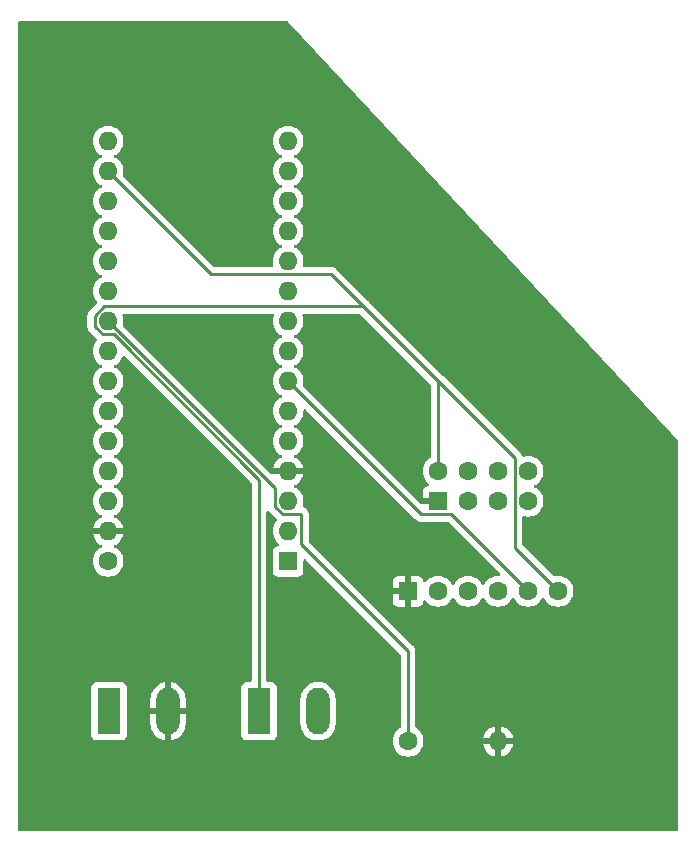
<source format=gbr>
%TF.GenerationSoftware,KiCad,Pcbnew,7.0.11-7.0.11~ubuntu20.04.1*%
%TF.CreationDate,2025-07-14T15:36:25-04:00*%
%TF.ProjectId,spike_PCB,7370696b-655f-4504-9342-2e6b69636164,0*%
%TF.SameCoordinates,Original*%
%TF.FileFunction,Copper,L2,Bot*%
%TF.FilePolarity,Positive*%
%FSLAX46Y46*%
G04 Gerber Fmt 4.6, Leading zero omitted, Abs format (unit mm)*
G04 Created by KiCad (PCBNEW 7.0.11-7.0.11~ubuntu20.04.1) date 2025-07-14 15:36:25*
%MOMM*%
%LPD*%
G01*
G04 APERTURE LIST*
%TA.AperFunction,ComponentPad*%
%ADD10C,1.600000*%
%TD*%
%TA.AperFunction,ComponentPad*%
%ADD11R,1.600000X1.600000*%
%TD*%
%TA.AperFunction,ComponentPad*%
%ADD12O,1.600000X1.600000*%
%TD*%
%TA.AperFunction,ComponentPad*%
%ADD13R,1.980000X3.960000*%
%TD*%
%TA.AperFunction,ComponentPad*%
%ADD14O,1.980000X3.960000*%
%TD*%
%TA.AperFunction,Conductor*%
%ADD15C,0.250000*%
%TD*%
G04 APERTURE END LIST*
D10*
%TO.P,SD_CARD1,1,3V3*%
%TO.N,Net-(A1-3V3)*%
X259080000Y-175260000D03*
%TO.P,SD_CARD1,2,SD_CS*%
%TO.N,Net-(A1-D4)*%
X256540000Y-175260000D03*
%TO.P,SD_CARD1,3,MOSI*%
%TO.N,Net-(A1-MOSI)*%
X254000000Y-175260000D03*
%TO.P,SD_CARD1,4,CLK*%
%TO.N,Net-(A1-SCK)*%
X251460000Y-175260000D03*
%TO.P,SD_CARD1,5,MISO*%
%TO.N,Net-(A1-MISO)*%
X248920000Y-175260000D03*
D11*
%TO.P,SD_CARD1,6,GND*%
%TO.N,GND*%
X246380000Y-175260000D03*
%TD*%
%TO.P,A1,1,TX1*%
%TO.N,unconnected-(A1-TX1-Pad1)*%
X236220000Y-172720000D03*
D12*
%TO.P,A1,2,RX1*%
%TO.N,unconnected-(A1-RX1-Pad2)*%
X236220000Y-170180000D03*
%TO.P,A1,3,~{RESET}*%
%TO.N,unconnected-(A1-~{RESET}-Pad3)*%
X236220000Y-167640000D03*
%TO.P,A1,4,GND*%
%TO.N,GND*%
X236220000Y-165100000D03*
%TO.P,A1,5,D2*%
%TO.N,unconnected-(A1-D2-Pad5)*%
X236220000Y-162560000D03*
%TO.P,A1,6,D3*%
%TO.N,unconnected-(A1-D3-Pad6)*%
X236220000Y-160020000D03*
%TO.P,A1,7,D4*%
%TO.N,Net-(A1-D4)*%
X236220000Y-157480000D03*
%TO.P,A1,8,D5*%
%TO.N,unconnected-(A1-D5-Pad8)*%
X236220000Y-154940000D03*
%TO.P,A1,9,D6*%
%TO.N,unconnected-(A1-D6-Pad9)*%
X236220000Y-152400000D03*
%TO.P,A1,10,D7*%
%TO.N,unconnected-(A1-D7-Pad10)*%
X236220000Y-149860000D03*
%TO.P,A1,11,D8*%
%TO.N,unconnected-(A1-D8-Pad11)*%
X236220000Y-147320000D03*
%TO.P,A1,12,D9*%
%TO.N,Net-(A1-D9)*%
X236220000Y-144780000D03*
%TO.P,A1,13,D10*%
%TO.N,Net-(A1-D10)*%
X236220000Y-142240000D03*
%TO.P,A1,14,MOSI*%
%TO.N,Net-(A1-MOSI)*%
X236220000Y-139700000D03*
%TO.P,A1,15,MISO*%
%TO.N,Net-(A1-MISO)*%
X236220000Y-137160000D03*
%TO.P,A1,16,SCK*%
%TO.N,Net-(A1-SCK)*%
X220980000Y-137160000D03*
%TO.P,A1,17,3V3*%
%TO.N,Net-(A1-3V3)*%
X220980000Y-139700000D03*
%TO.P,A1,18,AREF*%
%TO.N,unconnected-(A1-AREF-Pad18)*%
X220980000Y-142240000D03*
%TO.P,A1,19,A0*%
%TO.N,unconnected-(A1-A0-Pad19)*%
X220980000Y-144780000D03*
%TO.P,A1,20,A1*%
%TO.N,unconnected-(A1-A1-Pad20)*%
X220980000Y-147320000D03*
%TO.P,A1,21,A2*%
%TO.N,unconnected-(A1-A2-Pad21)*%
X220980000Y-149860000D03*
%TO.P,A1,22,A3*%
%TO.N,Net-(A1-A3)*%
X220980000Y-152400000D03*
%TO.P,A1,23,SDA/A4*%
%TO.N,unconnected-(A1-SDA{slash}A4-Pad23)*%
X220980000Y-154940000D03*
%TO.P,A1,24,SCL/A5*%
%TO.N,unconnected-(A1-SCL{slash}A5-Pad24)*%
X220980000Y-157480000D03*
%TO.P,A1,25,A6*%
%TO.N,unconnected-(A1-A6-Pad25)*%
X220980000Y-160020000D03*
%TO.P,A1,26,A7*%
%TO.N,unconnected-(A1-A7-Pad26)*%
X220980000Y-162560000D03*
%TO.P,A1,27,+5V*%
%TO.N,unconnected-(A1-+5V-Pad27)*%
X220980000Y-165100000D03*
%TO.P,A1,28,~{RESET}*%
%TO.N,unconnected-(A1-~{RESET}-Pad28)*%
X220980000Y-167640000D03*
%TO.P,A1,29,GND*%
%TO.N,GND*%
X220980000Y-170180000D03*
D10*
%TO.P,A1,30,VIN*%
%TO.N,Net-(A1-VIN)*%
X220980000Y-172720000D03*
%TD*%
D13*
%TO.P,J1,1,Pin_1*%
%TO.N,Net-(A1-VIN)*%
X221060000Y-185420000D03*
D14*
%TO.P,J1,2,Pin_2*%
%TO.N,GND*%
X226060000Y-185420000D03*
%TD*%
D13*
%TO.P,J2,1,Pin_1*%
%TO.N,Net-(A1-3V3)*%
X233760000Y-185420000D03*
D14*
%TO.P,J2,2,Pin_2*%
%TO.N,Net-(A1-A3)*%
X238760000Y-185420000D03*
%TD*%
D10*
%TO.P,R1,1*%
%TO.N,Net-(A1-A3)*%
X246380000Y-187960000D03*
D12*
%TO.P,R1,2*%
%TO.N,GND*%
X254000000Y-187960000D03*
%TD*%
D11*
%TO.P,RF1,1,GND*%
%TO.N,GND*%
X248920000Y-167640000D03*
D10*
%TO.P,RF1,2,CE*%
%TO.N,Net-(A1-D9)*%
X251460000Y-167640000D03*
%TO.P,RF1,3,SCK*%
%TO.N,Net-(A1-SCK)*%
X254000000Y-167640000D03*
%TO.P,RF1,4,MISO*%
%TO.N,Net-(A1-MISO)*%
X256540000Y-167640000D03*
%TO.P,RF1,5,VCC*%
%TO.N,Net-(A1-3V3)*%
X248920000Y-165100000D03*
%TO.P,RF1,6,CNS*%
%TO.N,Net-(A1-D10)*%
X251460000Y-165100000D03*
%TO.P,RF1,7,MOSI*%
%TO.N,Net-(A1-MOSI)*%
X254000000Y-165100000D03*
%TO.P,RF1,8,IRQ*%
%TO.N,unconnected-(RF1-IRQ-Pad8)*%
X256540000Y-165100000D03*
%TD*%
D15*
%TO.N,Net-(A1-A3)*%
X237345000Y-171305000D02*
X246380000Y-180340000D01*
X246380000Y-180340000D02*
X246380000Y-187960000D01*
%TO.N,Net-(A1-D4)*%
X247505000Y-168765000D02*
X236220000Y-157480000D01*
X256540000Y-175260000D02*
X250045000Y-168765000D01*
X250045000Y-168765000D02*
X247505000Y-168765000D01*
%TO.N,Net-(A1-3V3)*%
X239885000Y-148445000D02*
X229725000Y-148445000D01*
X219855000Y-152865991D02*
X219855000Y-151934009D01*
X259080000Y-175260000D02*
X255415000Y-171595000D01*
X242570000Y-151130000D02*
X239885000Y-148445000D01*
X233760000Y-185420000D02*
X233760000Y-165839009D01*
X221445991Y-153525000D02*
X220514009Y-153525000D01*
X229725000Y-148445000D02*
X220980000Y-139700000D01*
X220514009Y-153525000D02*
X219855000Y-152865991D01*
X220659009Y-151130000D02*
X242570000Y-151130000D01*
X233760000Y-165839009D02*
X221445991Y-153525000D01*
X219855000Y-151934009D02*
X220659009Y-151130000D01*
X255415000Y-171595000D02*
X255415000Y-163975000D01*
X248920000Y-157480000D02*
X242570000Y-151130000D01*
X255415000Y-163975000D02*
X248920000Y-157480000D01*
X248920000Y-165100000D02*
X248920000Y-157480000D01*
%TO.N,Net-(A1-A3)*%
X237345000Y-171305000D02*
X237345000Y-168765000D01*
X237345000Y-168765000D02*
X235754009Y-168765000D01*
X235095000Y-166515000D02*
X220980000Y-152400000D01*
X235095000Y-168105991D02*
X235095000Y-166515000D01*
X235754009Y-168765000D02*
X235095000Y-168105991D01*
%TD*%
%TA.AperFunction,Conductor*%
%TO.N,GND*%
G36*
X242326587Y-151775185D02*
G01*
X242347229Y-151791819D01*
X248258181Y-157702771D01*
X248291666Y-157764094D01*
X248294500Y-157790452D01*
X248294500Y-163885811D01*
X248274815Y-163952850D01*
X248241623Y-163987386D01*
X248080859Y-164099953D01*
X247919954Y-164260858D01*
X247789432Y-164447265D01*
X247789431Y-164447267D01*
X247693261Y-164653502D01*
X247693258Y-164653511D01*
X247634366Y-164873302D01*
X247634364Y-164873313D01*
X247614532Y-165099998D01*
X247614532Y-165100001D01*
X247634364Y-165326686D01*
X247634366Y-165326697D01*
X247693258Y-165546488D01*
X247693261Y-165546497D01*
X247789431Y-165752732D01*
X247789432Y-165752734D01*
X247919954Y-165939141D01*
X248080858Y-166100045D01*
X248106086Y-166117710D01*
X248149711Y-166172287D01*
X248156905Y-166241785D01*
X248125382Y-166304140D01*
X248065153Y-166339554D01*
X248048221Y-166342574D01*
X248012626Y-166346401D01*
X248012620Y-166346403D01*
X247877913Y-166396645D01*
X247877906Y-166396649D01*
X247762812Y-166482809D01*
X247762809Y-166482812D01*
X247676649Y-166597906D01*
X247676645Y-166597913D01*
X247626403Y-166732620D01*
X247626401Y-166732627D01*
X247620000Y-166792155D01*
X247620000Y-167390000D01*
X248486314Y-167390000D01*
X248460507Y-167430156D01*
X248420000Y-167568111D01*
X248420000Y-167711889D01*
X248460507Y-167849844D01*
X248486314Y-167890000D01*
X247568638Y-167890000D01*
X247568638Y-167886722D01*
X247523918Y-167883508D01*
X247479614Y-167855023D01*
X237519413Y-157894822D01*
X237485928Y-157833499D01*
X237487319Y-157775048D01*
X237490254Y-157764094D01*
X237505635Y-157706692D01*
X237525468Y-157480000D01*
X237505635Y-157253308D01*
X237460916Y-157086415D01*
X237446741Y-157033511D01*
X237446738Y-157033502D01*
X237350568Y-156827266D01*
X237220047Y-156640861D01*
X237220045Y-156640858D01*
X237059141Y-156479954D01*
X236872734Y-156349432D01*
X236872728Y-156349429D01*
X236814725Y-156322382D01*
X236762285Y-156276210D01*
X236743133Y-156209017D01*
X236763348Y-156142135D01*
X236814725Y-156097618D01*
X236872734Y-156070568D01*
X237059139Y-155940047D01*
X237220047Y-155779139D01*
X237350568Y-155592734D01*
X237446739Y-155386496D01*
X237505635Y-155166692D01*
X237525468Y-154940000D01*
X237505635Y-154713308D01*
X237446739Y-154493504D01*
X237350568Y-154287266D01*
X237220047Y-154100861D01*
X237220045Y-154100858D01*
X237059141Y-153939954D01*
X236872734Y-153809432D01*
X236872728Y-153809429D01*
X236814725Y-153782382D01*
X236762285Y-153736210D01*
X236743133Y-153669017D01*
X236763348Y-153602135D01*
X236814725Y-153557618D01*
X236872734Y-153530568D01*
X237059139Y-153400047D01*
X237220047Y-153239139D01*
X237350568Y-153052734D01*
X237446739Y-152846496D01*
X237505635Y-152626692D01*
X237525468Y-152400000D01*
X237505635Y-152173308D01*
X237460916Y-152006415D01*
X237446741Y-151953511D01*
X237446740Y-151953510D01*
X237446739Y-151953504D01*
X237436666Y-151931904D01*
X237426175Y-151862827D01*
X237454695Y-151799043D01*
X237513171Y-151760804D01*
X237549049Y-151755500D01*
X242259548Y-151755500D01*
X242326587Y-151775185D01*
G37*
%TD.AperFunction*%
%TA.AperFunction,Conductor*%
G36*
X234957990Y-151775185D02*
G01*
X235003745Y-151827989D01*
X235013689Y-151897147D01*
X235003333Y-151931905D01*
X234993262Y-151953502D01*
X234993258Y-151953511D01*
X234934366Y-152173302D01*
X234934364Y-152173313D01*
X234914532Y-152399998D01*
X234914532Y-152400001D01*
X234934364Y-152626686D01*
X234934366Y-152626697D01*
X234993258Y-152846488D01*
X234993261Y-152846497D01*
X235089431Y-153052732D01*
X235089432Y-153052734D01*
X235219954Y-153239141D01*
X235380858Y-153400045D01*
X235380861Y-153400047D01*
X235567266Y-153530568D01*
X235625275Y-153557618D01*
X235677714Y-153603791D01*
X235696866Y-153670984D01*
X235676650Y-153737865D01*
X235625275Y-153782382D01*
X235567267Y-153809431D01*
X235567265Y-153809432D01*
X235380858Y-153939954D01*
X235219954Y-154100858D01*
X235089432Y-154287265D01*
X235089431Y-154287267D01*
X234993261Y-154493502D01*
X234993258Y-154493511D01*
X234934366Y-154713302D01*
X234934364Y-154713313D01*
X234914532Y-154939998D01*
X234914532Y-154940001D01*
X234934364Y-155166686D01*
X234934366Y-155166697D01*
X234993258Y-155386488D01*
X234993261Y-155386497D01*
X235089431Y-155592732D01*
X235089432Y-155592734D01*
X235219954Y-155779141D01*
X235380858Y-155940045D01*
X235380861Y-155940047D01*
X235567266Y-156070568D01*
X235625275Y-156097618D01*
X235677714Y-156143791D01*
X235696866Y-156210984D01*
X235676650Y-156277865D01*
X235625275Y-156322382D01*
X235567267Y-156349431D01*
X235567265Y-156349432D01*
X235380858Y-156479954D01*
X235219954Y-156640858D01*
X235089432Y-156827265D01*
X235089431Y-156827267D01*
X234993261Y-157033502D01*
X234993258Y-157033511D01*
X234934366Y-157253302D01*
X234934364Y-157253313D01*
X234914532Y-157479998D01*
X234914532Y-157480001D01*
X234934364Y-157706686D01*
X234934366Y-157706697D01*
X234993258Y-157926488D01*
X234993261Y-157926497D01*
X235089431Y-158132732D01*
X235089432Y-158132734D01*
X235219954Y-158319141D01*
X235380858Y-158480045D01*
X235380861Y-158480047D01*
X235567266Y-158610568D01*
X235625275Y-158637618D01*
X235677714Y-158683791D01*
X235696866Y-158750984D01*
X235676650Y-158817865D01*
X235625275Y-158862382D01*
X235567267Y-158889431D01*
X235567265Y-158889432D01*
X235380858Y-159019954D01*
X235219954Y-159180858D01*
X235089432Y-159367265D01*
X235089431Y-159367267D01*
X234993261Y-159573502D01*
X234993258Y-159573511D01*
X234934366Y-159793302D01*
X234934364Y-159793313D01*
X234914532Y-160019998D01*
X234914532Y-160020001D01*
X234934364Y-160246686D01*
X234934366Y-160246697D01*
X234993258Y-160466488D01*
X234993261Y-160466497D01*
X235089431Y-160672732D01*
X235089432Y-160672734D01*
X235219954Y-160859141D01*
X235380858Y-161020045D01*
X235380861Y-161020047D01*
X235567266Y-161150568D01*
X235625275Y-161177618D01*
X235677714Y-161223791D01*
X235696866Y-161290984D01*
X235676650Y-161357865D01*
X235625275Y-161402382D01*
X235567267Y-161429431D01*
X235567265Y-161429432D01*
X235380858Y-161559954D01*
X235219954Y-161720858D01*
X235089432Y-161907265D01*
X235089431Y-161907267D01*
X234993261Y-162113502D01*
X234993258Y-162113511D01*
X234934366Y-162333302D01*
X234934364Y-162333313D01*
X234914532Y-162559998D01*
X234914532Y-162560001D01*
X234934364Y-162786686D01*
X234934366Y-162786697D01*
X234993258Y-163006488D01*
X234993261Y-163006497D01*
X235089431Y-163212732D01*
X235089432Y-163212734D01*
X235219954Y-163399141D01*
X235380858Y-163560045D01*
X235401381Y-163574415D01*
X235567266Y-163690568D01*
X235625865Y-163717893D01*
X235678305Y-163764065D01*
X235697457Y-163831258D01*
X235677242Y-163898139D01*
X235625867Y-163942657D01*
X235567515Y-163969867D01*
X235381179Y-164100342D01*
X235220342Y-164261179D01*
X235089865Y-164447517D01*
X234993734Y-164653673D01*
X234993730Y-164653682D01*
X234941127Y-164849999D01*
X234941128Y-164850000D01*
X235786314Y-164850000D01*
X235760507Y-164890156D01*
X235720000Y-165028111D01*
X235720000Y-165171889D01*
X235760507Y-165309844D01*
X235786314Y-165350000D01*
X234916684Y-165350000D01*
X234915824Y-165350628D01*
X234846078Y-165354776D01*
X234786207Y-165321616D01*
X222279413Y-152814822D01*
X222245928Y-152753499D01*
X222247319Y-152695048D01*
X222265635Y-152626692D01*
X222285468Y-152400000D01*
X222265635Y-152173308D01*
X222220916Y-152006415D01*
X222206741Y-151953511D01*
X222206740Y-151953510D01*
X222206739Y-151953504D01*
X222196666Y-151931904D01*
X222186175Y-151862827D01*
X222214695Y-151799043D01*
X222273171Y-151760804D01*
X222309049Y-151755500D01*
X234890951Y-151755500D01*
X234957990Y-151775185D01*
G37*
%TD.AperFunction*%
%TA.AperFunction,Conductor*%
G36*
X236232748Y-127020185D02*
G01*
X236256573Y-127040122D01*
X268633207Y-161907265D01*
X269206366Y-162524513D01*
X269237559Y-162587034D01*
X269239500Y-162608889D01*
X269239500Y-195455500D01*
X269219815Y-195522539D01*
X269167011Y-195568294D01*
X269115500Y-195579500D01*
X213484500Y-195579500D01*
X213417461Y-195559815D01*
X213371706Y-195507011D01*
X213360500Y-195455500D01*
X213360500Y-187447870D01*
X219569500Y-187447870D01*
X219569501Y-187447876D01*
X219575908Y-187507483D01*
X219626202Y-187642328D01*
X219626206Y-187642335D01*
X219712452Y-187757544D01*
X219712455Y-187757547D01*
X219827664Y-187843793D01*
X219827671Y-187843797D01*
X219962517Y-187894091D01*
X219962516Y-187894091D01*
X219969444Y-187894835D01*
X220022127Y-187900500D01*
X222097872Y-187900499D01*
X222157483Y-187894091D01*
X222292331Y-187843796D01*
X222407546Y-187757546D01*
X222493796Y-187642331D01*
X222544091Y-187507483D01*
X222550500Y-187447873D01*
X222550500Y-186471624D01*
X224570000Y-186471624D01*
X224585284Y-186656090D01*
X224645901Y-186895460D01*
X224745092Y-187121591D01*
X224880148Y-187328311D01*
X225047394Y-187509988D01*
X225047398Y-187509991D01*
X225242245Y-187661647D01*
X225242251Y-187661651D01*
X225459421Y-187779178D01*
X225459429Y-187779181D01*
X225692970Y-187859356D01*
X225809999Y-187878885D01*
X225810000Y-187878884D01*
X225810000Y-186031057D01*
X225900892Y-186065528D01*
X226020081Y-186080000D01*
X226099919Y-186080000D01*
X226219108Y-186065528D01*
X226310000Y-186031057D01*
X226310000Y-187878885D01*
X226427029Y-187859356D01*
X226660570Y-187779181D01*
X226660578Y-187779178D01*
X226877748Y-187661651D01*
X226877754Y-187661647D01*
X227072601Y-187509991D01*
X227072605Y-187509988D01*
X227239851Y-187328311D01*
X227374907Y-187121591D01*
X227474098Y-186895460D01*
X227534715Y-186656090D01*
X227550000Y-186471624D01*
X227550000Y-185670000D01*
X226674168Y-185670000D01*
X226681643Y-185655758D01*
X226720000Y-185500138D01*
X226720000Y-185339862D01*
X226681643Y-185184242D01*
X226674168Y-185170000D01*
X227550000Y-185170000D01*
X227550000Y-184368375D01*
X227534715Y-184183909D01*
X227474098Y-183944539D01*
X227374907Y-183718408D01*
X227239851Y-183511688D01*
X227072605Y-183330011D01*
X227072601Y-183330008D01*
X226877754Y-183178352D01*
X226877748Y-183178348D01*
X226660578Y-183060821D01*
X226660570Y-183060818D01*
X226427029Y-182980643D01*
X226310000Y-182961114D01*
X226310000Y-184808942D01*
X226219108Y-184774472D01*
X226099919Y-184760000D01*
X226020081Y-184760000D01*
X225900892Y-184774472D01*
X225810000Y-184808942D01*
X225810000Y-182961114D01*
X225809999Y-182961114D01*
X225692970Y-182980643D01*
X225459429Y-183060818D01*
X225459421Y-183060821D01*
X225242251Y-183178348D01*
X225242245Y-183178352D01*
X225047398Y-183330008D01*
X225047394Y-183330011D01*
X224880148Y-183511688D01*
X224745092Y-183718408D01*
X224645901Y-183944539D01*
X224585284Y-184183909D01*
X224570000Y-184368375D01*
X224570000Y-185170000D01*
X225445832Y-185170000D01*
X225438357Y-185184242D01*
X225400000Y-185339862D01*
X225400000Y-185500138D01*
X225438357Y-185655758D01*
X225445832Y-185670000D01*
X224570000Y-185670000D01*
X224570000Y-186471624D01*
X222550500Y-186471624D01*
X222550499Y-183392128D01*
X222544091Y-183332517D01*
X222543156Y-183330011D01*
X222493797Y-183197671D01*
X222493793Y-183197664D01*
X222407547Y-183082455D01*
X222407544Y-183082452D01*
X222292335Y-182996206D01*
X222292328Y-182996202D01*
X222157482Y-182945908D01*
X222157483Y-182945908D01*
X222097883Y-182939501D01*
X222097881Y-182939500D01*
X222097873Y-182939500D01*
X222097864Y-182939500D01*
X220022129Y-182939500D01*
X220022123Y-182939501D01*
X219962516Y-182945908D01*
X219827671Y-182996202D01*
X219827664Y-182996206D01*
X219712455Y-183082452D01*
X219712452Y-183082455D01*
X219626206Y-183197664D01*
X219626202Y-183197671D01*
X219575908Y-183332517D01*
X219569501Y-183392116D01*
X219569501Y-183392123D01*
X219569500Y-183392135D01*
X219569500Y-187447870D01*
X213360500Y-187447870D01*
X213360500Y-151914204D01*
X219224840Y-151914204D01*
X219228950Y-151957683D01*
X219229500Y-151969352D01*
X219229500Y-152783246D01*
X219227775Y-152798863D01*
X219228061Y-152798890D01*
X219227326Y-152806656D01*
X219229439Y-152873863D01*
X219229500Y-152877758D01*
X219229500Y-152905348D01*
X219230003Y-152909326D01*
X219230918Y-152920958D01*
X219232290Y-152964615D01*
X219232291Y-152964618D01*
X219237880Y-152983858D01*
X219241824Y-153002902D01*
X219244336Y-153022783D01*
X219260414Y-153063394D01*
X219264197Y-153074443D01*
X219276381Y-153116379D01*
X219286580Y-153133625D01*
X219295138Y-153151094D01*
X219302514Y-153169723D01*
X219328181Y-153205051D01*
X219334593Y-153214812D01*
X219356828Y-153252408D01*
X219356833Y-153252415D01*
X219370990Y-153266571D01*
X219383628Y-153281367D01*
X219395405Y-153297577D01*
X219395406Y-153297578D01*
X219429057Y-153325416D01*
X219437698Y-153333279D01*
X220004934Y-153900516D01*
X220038419Y-153961839D01*
X220033435Y-154031531D01*
X220004936Y-154075877D01*
X219979952Y-154100861D01*
X219849432Y-154287265D01*
X219849431Y-154287267D01*
X219753261Y-154493502D01*
X219753258Y-154493511D01*
X219694366Y-154713302D01*
X219694364Y-154713313D01*
X219674532Y-154939998D01*
X219674532Y-154940001D01*
X219694364Y-155166686D01*
X219694366Y-155166697D01*
X219753258Y-155386488D01*
X219753261Y-155386497D01*
X219849431Y-155592732D01*
X219849432Y-155592734D01*
X219979954Y-155779141D01*
X220140858Y-155940045D01*
X220140861Y-155940047D01*
X220327266Y-156070568D01*
X220385275Y-156097618D01*
X220437714Y-156143791D01*
X220456866Y-156210984D01*
X220436650Y-156277865D01*
X220385275Y-156322382D01*
X220327267Y-156349431D01*
X220327265Y-156349432D01*
X220140858Y-156479954D01*
X219979954Y-156640858D01*
X219849432Y-156827265D01*
X219849431Y-156827267D01*
X219753261Y-157033502D01*
X219753258Y-157033511D01*
X219694366Y-157253302D01*
X219694364Y-157253313D01*
X219674532Y-157479998D01*
X219674532Y-157480001D01*
X219694364Y-157706686D01*
X219694366Y-157706697D01*
X219753258Y-157926488D01*
X219753261Y-157926497D01*
X219849431Y-158132732D01*
X219849432Y-158132734D01*
X219979954Y-158319141D01*
X220140858Y-158480045D01*
X220140861Y-158480047D01*
X220327266Y-158610568D01*
X220385275Y-158637618D01*
X220437714Y-158683791D01*
X220456866Y-158750984D01*
X220436650Y-158817865D01*
X220385275Y-158862382D01*
X220327267Y-158889431D01*
X220327265Y-158889432D01*
X220140858Y-159019954D01*
X219979954Y-159180858D01*
X219849432Y-159367265D01*
X219849431Y-159367267D01*
X219753261Y-159573502D01*
X219753258Y-159573511D01*
X219694366Y-159793302D01*
X219694364Y-159793313D01*
X219674532Y-160019998D01*
X219674532Y-160020001D01*
X219694364Y-160246686D01*
X219694366Y-160246697D01*
X219753258Y-160466488D01*
X219753261Y-160466497D01*
X219849431Y-160672732D01*
X219849432Y-160672734D01*
X219979954Y-160859141D01*
X220140858Y-161020045D01*
X220140861Y-161020047D01*
X220327266Y-161150568D01*
X220385275Y-161177618D01*
X220437714Y-161223791D01*
X220456866Y-161290984D01*
X220436650Y-161357865D01*
X220385275Y-161402382D01*
X220327267Y-161429431D01*
X220327265Y-161429432D01*
X220140858Y-161559954D01*
X219979954Y-161720858D01*
X219849432Y-161907265D01*
X219849431Y-161907267D01*
X219753261Y-162113502D01*
X219753258Y-162113511D01*
X219694366Y-162333302D01*
X219694364Y-162333313D01*
X219674532Y-162559998D01*
X219674532Y-162560001D01*
X219694364Y-162786686D01*
X219694366Y-162786697D01*
X219753258Y-163006488D01*
X219753261Y-163006497D01*
X219849431Y-163212732D01*
X219849432Y-163212734D01*
X219979954Y-163399141D01*
X220140858Y-163560045D01*
X220161381Y-163574415D01*
X220327266Y-163690568D01*
X220385275Y-163717618D01*
X220437714Y-163763791D01*
X220456866Y-163830984D01*
X220436650Y-163897865D01*
X220385275Y-163942382D01*
X220327267Y-163969431D01*
X220327265Y-163969432D01*
X220140858Y-164099954D01*
X219979954Y-164260858D01*
X219849432Y-164447265D01*
X219849431Y-164447267D01*
X219753261Y-164653502D01*
X219753258Y-164653511D01*
X219694366Y-164873302D01*
X219694364Y-164873313D01*
X219674532Y-165099998D01*
X219674532Y-165100001D01*
X219694364Y-165326686D01*
X219694366Y-165326697D01*
X219753258Y-165546488D01*
X219753261Y-165546497D01*
X219849431Y-165752732D01*
X219849432Y-165752734D01*
X219979954Y-165939141D01*
X220140858Y-166100045D01*
X220140861Y-166100047D01*
X220327266Y-166230568D01*
X220384681Y-166257341D01*
X220385275Y-166257618D01*
X220437714Y-166303791D01*
X220456866Y-166370984D01*
X220436650Y-166437865D01*
X220385275Y-166482381D01*
X220368272Y-166490310D01*
X220327267Y-166509431D01*
X220327265Y-166509432D01*
X220140858Y-166639954D01*
X219979954Y-166800858D01*
X219849432Y-166987265D01*
X219849431Y-166987267D01*
X219753261Y-167193502D01*
X219753258Y-167193511D01*
X219694366Y-167413302D01*
X219694364Y-167413313D01*
X219674532Y-167639998D01*
X219674532Y-167640001D01*
X219694364Y-167866686D01*
X219694366Y-167866697D01*
X219753258Y-168086488D01*
X219753261Y-168086497D01*
X219849431Y-168292732D01*
X219849432Y-168292734D01*
X219979954Y-168479141D01*
X220140858Y-168640045D01*
X220140861Y-168640047D01*
X220327266Y-168770568D01*
X220385865Y-168797893D01*
X220438305Y-168844065D01*
X220457457Y-168911258D01*
X220437242Y-168978139D01*
X220385867Y-169022657D01*
X220327515Y-169049867D01*
X220141179Y-169180342D01*
X219980342Y-169341179D01*
X219849865Y-169527517D01*
X219753734Y-169733673D01*
X219753730Y-169733682D01*
X219701127Y-169929999D01*
X219701128Y-169930000D01*
X220546314Y-169930000D01*
X220520507Y-169970156D01*
X220480000Y-170108111D01*
X220480000Y-170251889D01*
X220520507Y-170389844D01*
X220546314Y-170430000D01*
X219701128Y-170430000D01*
X219753730Y-170626317D01*
X219753734Y-170626326D01*
X219849865Y-170832482D01*
X219980342Y-171018820D01*
X220141179Y-171179657D01*
X220327518Y-171310134D01*
X220327520Y-171310135D01*
X220385865Y-171337342D01*
X220438305Y-171383514D01*
X220457457Y-171450707D01*
X220437242Y-171517589D01*
X220385867Y-171562105D01*
X220327268Y-171589431D01*
X220327264Y-171589433D01*
X220140858Y-171719954D01*
X219979954Y-171880858D01*
X219849432Y-172067265D01*
X219849431Y-172067267D01*
X219753261Y-172273502D01*
X219753258Y-172273511D01*
X219694366Y-172493302D01*
X219694364Y-172493313D01*
X219674532Y-172719998D01*
X219674532Y-172720001D01*
X219694364Y-172946686D01*
X219694366Y-172946697D01*
X219753258Y-173166488D01*
X219753261Y-173166497D01*
X219849431Y-173372732D01*
X219849432Y-173372734D01*
X219979954Y-173559141D01*
X220140858Y-173720045D01*
X220140861Y-173720047D01*
X220327266Y-173850568D01*
X220533504Y-173946739D01*
X220533509Y-173946740D01*
X220533511Y-173946741D01*
X220582995Y-173960000D01*
X220753308Y-174005635D01*
X220915230Y-174019801D01*
X220979998Y-174025468D01*
X220980000Y-174025468D01*
X220980002Y-174025468D01*
X221036807Y-174020498D01*
X221206692Y-174005635D01*
X221426496Y-173946739D01*
X221632734Y-173850568D01*
X221819139Y-173720047D01*
X221980047Y-173559139D01*
X222110568Y-173372734D01*
X222206739Y-173166496D01*
X222265635Y-172946692D01*
X222285468Y-172720000D01*
X222265635Y-172493308D01*
X222206739Y-172273504D01*
X222110568Y-172067266D01*
X221980047Y-171880861D01*
X221980045Y-171880858D01*
X221819141Y-171719954D01*
X221632734Y-171589432D01*
X221632732Y-171589431D01*
X221621275Y-171584088D01*
X221574132Y-171562105D01*
X221521694Y-171515934D01*
X221502542Y-171448740D01*
X221522758Y-171381859D01*
X221574134Y-171337341D01*
X221632484Y-171310132D01*
X221818820Y-171179657D01*
X221979657Y-171018820D01*
X222110134Y-170832482D01*
X222206265Y-170626326D01*
X222206269Y-170626317D01*
X222258872Y-170430000D01*
X221413686Y-170430000D01*
X221439493Y-170389844D01*
X221480000Y-170251889D01*
X221480000Y-170108111D01*
X221439493Y-169970156D01*
X221413686Y-169930000D01*
X222258872Y-169930000D01*
X222258872Y-169929999D01*
X222206269Y-169733682D01*
X222206265Y-169733673D01*
X222110134Y-169527517D01*
X221979657Y-169341179D01*
X221818820Y-169180342D01*
X221632482Y-169049865D01*
X221574133Y-169022657D01*
X221521694Y-168976484D01*
X221502542Y-168909291D01*
X221522758Y-168842410D01*
X221574129Y-168797895D01*
X221632734Y-168770568D01*
X221819139Y-168640047D01*
X221980047Y-168479139D01*
X222110568Y-168292734D01*
X222206739Y-168086496D01*
X222265635Y-167866692D01*
X222285468Y-167640000D01*
X222265635Y-167413308D01*
X222206739Y-167193504D01*
X222110568Y-166987266D01*
X221980047Y-166800861D01*
X221980045Y-166800858D01*
X221819141Y-166639954D01*
X221632734Y-166509432D01*
X221632728Y-166509429D01*
X221605038Y-166496517D01*
X221574724Y-166482381D01*
X221522285Y-166436210D01*
X221503133Y-166369017D01*
X221523348Y-166302135D01*
X221574725Y-166257618D01*
X221575319Y-166257341D01*
X221632734Y-166230568D01*
X221819139Y-166100047D01*
X221980047Y-165939139D01*
X222110568Y-165752734D01*
X222206739Y-165546496D01*
X222265635Y-165326692D01*
X222285468Y-165100000D01*
X222265635Y-164873308D01*
X222206739Y-164653504D01*
X222110568Y-164447266D01*
X221980047Y-164260861D01*
X221980045Y-164260858D01*
X221819141Y-164099954D01*
X221632734Y-163969432D01*
X221632728Y-163969429D01*
X221574725Y-163942382D01*
X221522285Y-163896210D01*
X221503133Y-163829017D01*
X221523348Y-163762135D01*
X221574725Y-163717618D01*
X221632734Y-163690568D01*
X221819139Y-163560047D01*
X221980047Y-163399139D01*
X222110568Y-163212734D01*
X222206739Y-163006496D01*
X222265635Y-162786692D01*
X222285451Y-162560196D01*
X222285468Y-162560001D01*
X222285468Y-162559998D01*
X222265635Y-162333313D01*
X222265635Y-162333308D01*
X222206739Y-162113504D01*
X222110568Y-161907266D01*
X221980047Y-161720861D01*
X221980045Y-161720858D01*
X221819141Y-161559954D01*
X221632734Y-161429432D01*
X221632728Y-161429429D01*
X221574725Y-161402382D01*
X221522285Y-161356210D01*
X221503133Y-161289017D01*
X221523348Y-161222135D01*
X221574725Y-161177618D01*
X221632734Y-161150568D01*
X221819139Y-161020047D01*
X221980047Y-160859139D01*
X222110568Y-160672734D01*
X222206739Y-160466496D01*
X222265635Y-160246692D01*
X222285468Y-160020000D01*
X222265635Y-159793308D01*
X222206739Y-159573504D01*
X222110568Y-159367266D01*
X221980047Y-159180861D01*
X221980045Y-159180858D01*
X221819141Y-159019954D01*
X221632734Y-158889432D01*
X221632728Y-158889429D01*
X221574725Y-158862382D01*
X221522285Y-158816210D01*
X221503133Y-158749017D01*
X221523348Y-158682135D01*
X221574725Y-158637618D01*
X221632734Y-158610568D01*
X221819139Y-158480047D01*
X221980047Y-158319139D01*
X222110568Y-158132734D01*
X222206739Y-157926496D01*
X222265635Y-157706692D01*
X222285468Y-157480000D01*
X222265635Y-157253308D01*
X222220916Y-157086415D01*
X222206741Y-157033511D01*
X222206738Y-157033502D01*
X222110568Y-156827266D01*
X221980047Y-156640861D01*
X221980045Y-156640858D01*
X221819141Y-156479954D01*
X221632734Y-156349432D01*
X221632728Y-156349429D01*
X221574725Y-156322382D01*
X221522285Y-156276210D01*
X221503133Y-156209017D01*
X221523348Y-156142135D01*
X221574725Y-156097618D01*
X221632734Y-156070568D01*
X221819139Y-155940047D01*
X221980047Y-155779139D01*
X222110568Y-155592734D01*
X222200640Y-155399574D01*
X222246810Y-155347137D01*
X222314003Y-155327985D01*
X222380885Y-155348200D01*
X222400701Y-155364300D01*
X233098181Y-166061780D01*
X233131666Y-166123103D01*
X233134500Y-166149461D01*
X233134500Y-182815500D01*
X233114815Y-182882539D01*
X233062011Y-182928294D01*
X233010500Y-182939500D01*
X232722130Y-182939500D01*
X232722123Y-182939501D01*
X232662516Y-182945908D01*
X232527671Y-182996202D01*
X232527664Y-182996206D01*
X232412455Y-183082452D01*
X232412452Y-183082455D01*
X232326206Y-183197664D01*
X232326202Y-183197671D01*
X232275908Y-183332517D01*
X232269501Y-183392116D01*
X232269501Y-183392123D01*
X232269500Y-183392135D01*
X232269500Y-187447870D01*
X232269501Y-187447876D01*
X232275908Y-187507483D01*
X232326202Y-187642328D01*
X232326206Y-187642335D01*
X232412452Y-187757544D01*
X232412455Y-187757547D01*
X232527664Y-187843793D01*
X232527671Y-187843797D01*
X232662517Y-187894091D01*
X232662516Y-187894091D01*
X232669444Y-187894835D01*
X232722127Y-187900500D01*
X234797872Y-187900499D01*
X234857483Y-187894091D01*
X234992331Y-187843796D01*
X235107546Y-187757546D01*
X235193796Y-187642331D01*
X235244091Y-187507483D01*
X235250500Y-187447873D01*
X235250500Y-186471656D01*
X237269500Y-186471656D01*
X237284789Y-186656165D01*
X237345428Y-186895623D01*
X237444546Y-187121591D01*
X237444652Y-187121831D01*
X237527513Y-187248659D01*
X237565803Y-187307267D01*
X237579755Y-187328621D01*
X237747052Y-187510355D01*
X237747055Y-187510357D01*
X237747058Y-187510360D01*
X237941971Y-187662067D01*
X237941977Y-187662071D01*
X237941980Y-187662073D01*
X238073600Y-187733302D01*
X238158376Y-187779181D01*
X238159221Y-187779638D01*
X238280536Y-187821285D01*
X238392846Y-187859842D01*
X238392848Y-187859842D01*
X238392850Y-187859843D01*
X238636494Y-187900500D01*
X238636495Y-187900500D01*
X238883505Y-187900500D01*
X238883506Y-187900500D01*
X239127150Y-187859843D01*
X239360779Y-187779638D01*
X239578020Y-187662073D01*
X239578568Y-187661647D01*
X239768673Y-187513682D01*
X239772948Y-187510355D01*
X239940245Y-187328621D01*
X240075348Y-187121831D01*
X240174572Y-186895623D01*
X240235210Y-186656169D01*
X240250500Y-186471645D01*
X240250500Y-184368355D01*
X240235210Y-184183831D01*
X240174572Y-183944377D01*
X240075348Y-183718169D01*
X239940245Y-183511379D01*
X239772948Y-183329645D01*
X239772943Y-183329641D01*
X239772941Y-183329639D01*
X239578028Y-183177932D01*
X239578022Y-183177928D01*
X239360780Y-183060362D01*
X239360771Y-183060359D01*
X239127153Y-182980157D01*
X238921907Y-182945908D01*
X238883506Y-182939500D01*
X238636494Y-182939500D01*
X238598093Y-182945908D01*
X238392846Y-182980157D01*
X238159228Y-183060359D01*
X238159219Y-183060362D01*
X237941977Y-183177928D01*
X237941971Y-183177932D01*
X237747058Y-183329639D01*
X237747055Y-183329642D01*
X237579752Y-183511382D01*
X237444650Y-183718172D01*
X237345428Y-183944376D01*
X237284789Y-184183834D01*
X237269500Y-184368343D01*
X237269500Y-186471656D01*
X235250500Y-186471656D01*
X235250499Y-183392128D01*
X235244091Y-183332517D01*
X235243156Y-183330011D01*
X235193797Y-183197671D01*
X235193793Y-183197664D01*
X235107547Y-183082455D01*
X235107544Y-183082452D01*
X234992335Y-182996206D01*
X234992328Y-182996202D01*
X234857482Y-182945908D01*
X234857483Y-182945908D01*
X234797883Y-182939501D01*
X234797881Y-182939500D01*
X234797873Y-182939500D01*
X234797865Y-182939500D01*
X234509500Y-182939500D01*
X234442461Y-182919815D01*
X234396706Y-182867011D01*
X234385500Y-182815500D01*
X234385500Y-168580443D01*
X234405185Y-168513404D01*
X234457989Y-168467649D01*
X234527147Y-168457705D01*
X234590703Y-168486730D01*
X234597181Y-168492762D01*
X234610992Y-168506573D01*
X234623627Y-168521366D01*
X234635406Y-168537578D01*
X234658437Y-168556631D01*
X234669057Y-168565416D01*
X234677698Y-168573279D01*
X235244934Y-169140516D01*
X235278419Y-169201839D01*
X235273435Y-169271531D01*
X235244936Y-169315877D01*
X235219952Y-169340861D01*
X235089432Y-169527265D01*
X235089431Y-169527267D01*
X234993261Y-169733502D01*
X234993258Y-169733511D01*
X234934366Y-169953302D01*
X234934364Y-169953313D01*
X234914532Y-170179998D01*
X234914532Y-170180001D01*
X234934364Y-170406686D01*
X234934366Y-170406697D01*
X234993258Y-170626488D01*
X234993261Y-170626497D01*
X235089431Y-170832732D01*
X235089432Y-170832734D01*
X235219954Y-171019141D01*
X235380858Y-171180045D01*
X235405462Y-171197273D01*
X235449087Y-171251849D01*
X235456281Y-171321348D01*
X235424758Y-171383703D01*
X235364529Y-171419117D01*
X235347593Y-171422138D01*
X235312516Y-171425908D01*
X235177671Y-171476202D01*
X235177664Y-171476206D01*
X235062455Y-171562452D01*
X235062452Y-171562455D01*
X234976206Y-171677664D01*
X234976202Y-171677671D01*
X234925908Y-171812517D01*
X234919501Y-171872116D01*
X234919500Y-171872135D01*
X234919500Y-173567870D01*
X234919501Y-173567876D01*
X234925908Y-173627483D01*
X234976202Y-173762328D01*
X234976206Y-173762335D01*
X235062452Y-173877544D01*
X235062455Y-173877547D01*
X235177664Y-173963793D01*
X235177671Y-173963797D01*
X235312517Y-174014091D01*
X235312516Y-174014091D01*
X235319444Y-174014835D01*
X235372127Y-174020500D01*
X237067872Y-174020499D01*
X237127483Y-174014091D01*
X237262331Y-173963796D01*
X237377546Y-173877546D01*
X237463796Y-173762331D01*
X237514091Y-173627483D01*
X237520500Y-173567873D01*
X237520499Y-172664450D01*
X237540183Y-172597412D01*
X237592987Y-172551657D01*
X237662146Y-172541713D01*
X237725702Y-172570738D01*
X237732180Y-172576770D01*
X245718181Y-180562771D01*
X245751666Y-180624094D01*
X245754500Y-180650452D01*
X245754500Y-186745811D01*
X245734815Y-186812850D01*
X245701623Y-186847386D01*
X245540859Y-186959953D01*
X245379954Y-187120858D01*
X245249432Y-187307265D01*
X245249431Y-187307267D01*
X245153261Y-187513502D01*
X245153258Y-187513511D01*
X245094366Y-187733302D01*
X245094364Y-187733313D01*
X245074532Y-187959998D01*
X245074532Y-187960001D01*
X245094364Y-188186686D01*
X245094366Y-188186697D01*
X245153258Y-188406488D01*
X245153261Y-188406497D01*
X245249431Y-188612732D01*
X245249432Y-188612734D01*
X245379954Y-188799141D01*
X245540858Y-188960045D01*
X245540861Y-188960047D01*
X245727266Y-189090568D01*
X245933504Y-189186739D01*
X246153308Y-189245635D01*
X246315230Y-189259801D01*
X246379998Y-189265468D01*
X246380000Y-189265468D01*
X246380002Y-189265468D01*
X246436673Y-189260509D01*
X246606692Y-189245635D01*
X246826496Y-189186739D01*
X247032734Y-189090568D01*
X247219139Y-188960047D01*
X247380047Y-188799139D01*
X247510568Y-188612734D01*
X247606739Y-188406496D01*
X247665635Y-188186692D01*
X247685468Y-187960000D01*
X247665635Y-187733308D01*
X247659389Y-187709999D01*
X252721127Y-187709999D01*
X252721128Y-187710000D01*
X253566314Y-187710000D01*
X253540507Y-187750156D01*
X253500000Y-187888111D01*
X253500000Y-188031889D01*
X253540507Y-188169844D01*
X253566314Y-188210000D01*
X252721128Y-188210000D01*
X252773730Y-188406317D01*
X252773734Y-188406326D01*
X252869865Y-188612482D01*
X253000342Y-188798820D01*
X253161179Y-188959657D01*
X253347517Y-189090134D01*
X253553673Y-189186265D01*
X253553682Y-189186269D01*
X253749999Y-189238872D01*
X253750000Y-189238871D01*
X253750000Y-188395501D01*
X253857685Y-188444680D01*
X253964237Y-188460000D01*
X254035763Y-188460000D01*
X254142315Y-188444680D01*
X254250000Y-188395501D01*
X254250000Y-189238872D01*
X254446317Y-189186269D01*
X254446326Y-189186265D01*
X254652482Y-189090134D01*
X254838820Y-188959657D01*
X254999657Y-188798820D01*
X255130134Y-188612482D01*
X255226265Y-188406326D01*
X255226269Y-188406317D01*
X255278872Y-188210000D01*
X254433686Y-188210000D01*
X254459493Y-188169844D01*
X254500000Y-188031889D01*
X254500000Y-187888111D01*
X254459493Y-187750156D01*
X254433686Y-187710000D01*
X255278872Y-187710000D01*
X255278872Y-187709999D01*
X255226269Y-187513682D01*
X255226265Y-187513673D01*
X255130134Y-187307517D01*
X254999657Y-187121179D01*
X254838820Y-186960342D01*
X254652482Y-186829865D01*
X254446328Y-186733734D01*
X254250000Y-186681127D01*
X254250000Y-187524498D01*
X254142315Y-187475320D01*
X254035763Y-187460000D01*
X253964237Y-187460000D01*
X253857685Y-187475320D01*
X253750000Y-187524498D01*
X253750000Y-186681127D01*
X253553671Y-186733734D01*
X253347517Y-186829865D01*
X253161179Y-186960342D01*
X253000342Y-187121179D01*
X252869865Y-187307517D01*
X252773734Y-187513673D01*
X252773730Y-187513682D01*
X252721127Y-187709999D01*
X247659389Y-187709999D01*
X247606739Y-187513504D01*
X247510568Y-187307266D01*
X247380047Y-187120861D01*
X247380045Y-187120858D01*
X247219140Y-186959953D01*
X247058377Y-186847386D01*
X247014752Y-186792809D01*
X247005500Y-186745811D01*
X247005500Y-180422742D01*
X247007224Y-180407122D01*
X247006939Y-180407095D01*
X247007673Y-180399333D01*
X247005561Y-180332112D01*
X247005500Y-180328218D01*
X247005500Y-180300656D01*
X247005500Y-180300650D01*
X247004996Y-180296668D01*
X247004081Y-180285029D01*
X247002710Y-180241373D01*
X246997119Y-180222130D01*
X246993173Y-180203078D01*
X246990664Y-180183208D01*
X246974579Y-180142583D01*
X246970806Y-180131562D01*
X246958618Y-180089610D01*
X246958617Y-180089609D01*
X246958617Y-180089607D01*
X246958616Y-180089606D01*
X246948423Y-180072371D01*
X246939861Y-180054894D01*
X246932487Y-180036269D01*
X246906816Y-180000937D01*
X246900405Y-179991177D01*
X246878170Y-179953580D01*
X246878168Y-179953578D01*
X246878165Y-179953574D01*
X246864006Y-179939415D01*
X246851368Y-179924619D01*
X246839594Y-179908413D01*
X246805940Y-179880572D01*
X246797299Y-179872709D01*
X238006819Y-171082228D01*
X237973334Y-171020905D01*
X237970500Y-170994547D01*
X237970500Y-168835844D01*
X237972697Y-168812606D01*
X237973752Y-168807080D01*
X237974227Y-168804588D01*
X237970745Y-168749241D01*
X237970500Y-168741455D01*
X237970500Y-168725650D01*
X237970499Y-168725646D01*
X237968516Y-168709951D01*
X237967788Y-168702260D01*
X237964304Y-168646862D01*
X237961779Y-168639092D01*
X237956687Y-168616314D01*
X237955664Y-168608208D01*
X237935233Y-168556606D01*
X237932608Y-168549315D01*
X237915467Y-168496559D01*
X237911089Y-168489661D01*
X237900495Y-168468868D01*
X237897486Y-168461268D01*
X237897484Y-168461265D01*
X237897483Y-168461263D01*
X237881930Y-168439857D01*
X237864870Y-168416377D01*
X237860501Y-168409947D01*
X237830785Y-168363122D01*
X237824834Y-168357534D01*
X237809398Y-168340025D01*
X237804594Y-168333413D01*
X237804591Y-168333411D01*
X237804591Y-168333410D01*
X237761862Y-168298062D01*
X237756018Y-168292910D01*
X237755831Y-168292734D01*
X237715582Y-168254938D01*
X237715581Y-168254937D01*
X237715577Y-168254934D01*
X237708415Y-168250997D01*
X237689114Y-168237880D01*
X237682824Y-168232677D01*
X237682823Y-168232676D01*
X237632620Y-168209052D01*
X237625720Y-168205536D01*
X237577092Y-168178803D01*
X237577089Y-168178802D01*
X237577085Y-168178800D01*
X237569174Y-168176769D01*
X237547222Y-168168866D01*
X237532770Y-168162066D01*
X237534175Y-168159078D01*
X237488955Y-168128133D01*
X237461782Y-168063764D01*
X237465204Y-168017583D01*
X237490000Y-167925042D01*
X237505635Y-167866692D01*
X237525468Y-167640000D01*
X237505635Y-167413308D01*
X237446739Y-167193504D01*
X237350568Y-166987266D01*
X237220047Y-166800861D01*
X237220045Y-166800858D01*
X237059141Y-166639954D01*
X236872734Y-166509432D01*
X236872732Y-166509431D01*
X236861275Y-166504088D01*
X236814132Y-166482105D01*
X236761694Y-166435934D01*
X236742542Y-166368740D01*
X236762758Y-166301859D01*
X236814134Y-166257341D01*
X236872484Y-166230132D01*
X237058820Y-166099657D01*
X237219657Y-165938820D01*
X237350134Y-165752482D01*
X237446265Y-165546326D01*
X237446269Y-165546317D01*
X237498872Y-165350000D01*
X236653686Y-165350000D01*
X236679493Y-165309844D01*
X236720000Y-165171889D01*
X236720000Y-165028111D01*
X236679493Y-164890156D01*
X236653686Y-164850000D01*
X237498872Y-164850000D01*
X237498872Y-164849999D01*
X237446269Y-164653682D01*
X237446265Y-164653673D01*
X237350134Y-164447517D01*
X237219657Y-164261179D01*
X237058820Y-164100342D01*
X236872482Y-163969865D01*
X236814133Y-163942657D01*
X236761694Y-163896484D01*
X236742542Y-163829291D01*
X236762758Y-163762410D01*
X236814129Y-163717895D01*
X236872734Y-163690568D01*
X237059139Y-163560047D01*
X237220047Y-163399139D01*
X237350568Y-163212734D01*
X237446739Y-163006496D01*
X237505635Y-162786692D01*
X237525451Y-162560196D01*
X237525468Y-162560001D01*
X237525468Y-162559998D01*
X237505635Y-162333313D01*
X237505635Y-162333308D01*
X237446739Y-162113504D01*
X237350568Y-161907266D01*
X237220047Y-161720861D01*
X237220045Y-161720858D01*
X237059141Y-161559954D01*
X236872734Y-161429432D01*
X236872728Y-161429429D01*
X236814725Y-161402382D01*
X236762285Y-161356210D01*
X236743133Y-161289017D01*
X236763348Y-161222135D01*
X236814725Y-161177618D01*
X236872734Y-161150568D01*
X237059139Y-161020047D01*
X237220047Y-160859139D01*
X237350568Y-160672734D01*
X237446739Y-160466496D01*
X237505635Y-160246692D01*
X237525468Y-160020000D01*
X237521609Y-159975896D01*
X237535375Y-159907398D01*
X237583990Y-159857214D01*
X237652018Y-159841280D01*
X237717862Y-159864655D01*
X237732817Y-159877407D01*
X242412059Y-164556650D01*
X247004197Y-169148788D01*
X247014022Y-169161051D01*
X247014243Y-169160869D01*
X247019211Y-169166874D01*
X247068222Y-169212899D01*
X247071021Y-169215612D01*
X247090522Y-169235114D01*
X247090526Y-169235117D01*
X247090529Y-169235120D01*
X247093702Y-169237581D01*
X247102574Y-169245159D01*
X247134418Y-169275062D01*
X247151976Y-169284714D01*
X247168233Y-169295393D01*
X247184064Y-169307673D01*
X247213803Y-169320542D01*
X247224152Y-169325021D01*
X247234641Y-169330160D01*
X247254107Y-169340861D01*
X247272908Y-169351197D01*
X247285523Y-169354435D01*
X247292305Y-169356177D01*
X247310719Y-169362481D01*
X247329104Y-169370438D01*
X247372261Y-169377273D01*
X247383656Y-169379632D01*
X247425981Y-169390500D01*
X247446016Y-169390500D01*
X247465413Y-169392026D01*
X247485196Y-169395160D01*
X247528675Y-169391050D01*
X247540344Y-169390500D01*
X249734548Y-169390500D01*
X249801587Y-169410185D01*
X249822229Y-169426819D01*
X254142590Y-173747181D01*
X254176075Y-173808504D01*
X254171091Y-173878196D01*
X254129219Y-173934129D01*
X254063755Y-173958546D01*
X254044102Y-173958390D01*
X254000002Y-173954532D01*
X253999998Y-173954532D01*
X253773313Y-173974364D01*
X253773302Y-173974366D01*
X253553511Y-174033258D01*
X253553502Y-174033261D01*
X253347267Y-174129431D01*
X253347265Y-174129432D01*
X253160858Y-174259954D01*
X252999954Y-174420858D01*
X252869432Y-174607265D01*
X252869431Y-174607267D01*
X252842382Y-174665275D01*
X252796209Y-174717714D01*
X252729016Y-174736866D01*
X252662135Y-174716650D01*
X252617618Y-174665275D01*
X252590568Y-174607267D01*
X252590567Y-174607265D01*
X252460045Y-174420858D01*
X252299141Y-174259954D01*
X252112734Y-174129432D01*
X252112732Y-174129431D01*
X251906497Y-174033261D01*
X251906488Y-174033258D01*
X251686697Y-173974366D01*
X251686693Y-173974365D01*
X251686692Y-173974365D01*
X251686691Y-173974364D01*
X251686686Y-173974364D01*
X251460002Y-173954532D01*
X251459998Y-173954532D01*
X251233313Y-173974364D01*
X251233302Y-173974366D01*
X251013511Y-174033258D01*
X251013502Y-174033261D01*
X250807267Y-174129431D01*
X250807265Y-174129432D01*
X250620858Y-174259954D01*
X250459954Y-174420858D01*
X250329432Y-174607265D01*
X250329431Y-174607267D01*
X250302382Y-174665275D01*
X250256209Y-174717714D01*
X250189016Y-174736866D01*
X250122135Y-174716650D01*
X250077618Y-174665275D01*
X250050568Y-174607267D01*
X250050567Y-174607265D01*
X249920045Y-174420858D01*
X249759141Y-174259954D01*
X249572734Y-174129432D01*
X249572732Y-174129431D01*
X249366497Y-174033261D01*
X249366488Y-174033258D01*
X249146697Y-173974366D01*
X249146693Y-173974365D01*
X249146692Y-173974365D01*
X249146691Y-173974364D01*
X249146686Y-173974364D01*
X248920002Y-173954532D01*
X248919998Y-173954532D01*
X248693313Y-173974364D01*
X248693302Y-173974366D01*
X248473511Y-174033258D01*
X248473502Y-174033261D01*
X248267267Y-174129431D01*
X248267265Y-174129432D01*
X248080858Y-174259954D01*
X247919951Y-174420861D01*
X247902287Y-174446088D01*
X247847710Y-174489712D01*
X247778211Y-174496904D01*
X247715857Y-174465380D01*
X247680445Y-174405150D01*
X247677425Y-174388218D01*
X247673598Y-174352627D01*
X247673596Y-174352620D01*
X247623354Y-174217913D01*
X247623350Y-174217906D01*
X247537190Y-174102812D01*
X247537187Y-174102809D01*
X247422093Y-174016649D01*
X247422086Y-174016645D01*
X247287379Y-173966403D01*
X247287372Y-173966401D01*
X247227844Y-173960000D01*
X246630000Y-173960000D01*
X246630000Y-174824498D01*
X246522315Y-174775320D01*
X246415763Y-174760000D01*
X246344237Y-174760000D01*
X246237685Y-174775320D01*
X246130000Y-174824498D01*
X246130000Y-173960000D01*
X245532155Y-173960000D01*
X245472627Y-173966401D01*
X245472620Y-173966403D01*
X245337913Y-174016645D01*
X245337906Y-174016649D01*
X245222812Y-174102809D01*
X245222809Y-174102812D01*
X245136649Y-174217906D01*
X245136645Y-174217913D01*
X245086403Y-174352620D01*
X245086401Y-174352627D01*
X245080000Y-174412155D01*
X245080000Y-175010000D01*
X245946314Y-175010000D01*
X245920507Y-175050156D01*
X245880000Y-175188111D01*
X245880000Y-175331889D01*
X245920507Y-175469844D01*
X245946314Y-175510000D01*
X245080000Y-175510000D01*
X245080000Y-176107844D01*
X245086401Y-176167372D01*
X245086403Y-176167379D01*
X245136645Y-176302086D01*
X245136649Y-176302093D01*
X245222809Y-176417187D01*
X245222812Y-176417190D01*
X245337906Y-176503350D01*
X245337913Y-176503354D01*
X245472620Y-176553596D01*
X245472627Y-176553598D01*
X245532155Y-176559999D01*
X245532172Y-176560000D01*
X246130000Y-176560000D01*
X246130000Y-175695501D01*
X246237685Y-175744680D01*
X246344237Y-175760000D01*
X246415763Y-175760000D01*
X246522315Y-175744680D01*
X246630000Y-175695501D01*
X246630000Y-176560000D01*
X247227828Y-176560000D01*
X247227844Y-176559999D01*
X247287372Y-176553598D01*
X247287379Y-176553596D01*
X247422086Y-176503354D01*
X247422093Y-176503350D01*
X247537187Y-176417190D01*
X247537190Y-176417187D01*
X247623350Y-176302093D01*
X247623354Y-176302086D01*
X247673596Y-176167380D01*
X247677424Y-176131781D01*
X247704162Y-176067230D01*
X247761555Y-176027382D01*
X247831380Y-176024888D01*
X247891469Y-176060540D01*
X247902289Y-176073912D01*
X247919956Y-176099143D01*
X248080858Y-176260045D01*
X248080861Y-176260047D01*
X248267266Y-176390568D01*
X248473504Y-176486739D01*
X248693308Y-176545635D01*
X248855230Y-176559801D01*
X248919998Y-176565468D01*
X248920000Y-176565468D01*
X248920002Y-176565468D01*
X248982511Y-176559999D01*
X249146692Y-176545635D01*
X249366496Y-176486739D01*
X249572734Y-176390568D01*
X249759139Y-176260047D01*
X249920047Y-176099139D01*
X250050568Y-175912734D01*
X250077618Y-175854724D01*
X250123790Y-175802285D01*
X250190983Y-175783133D01*
X250257865Y-175803348D01*
X250302382Y-175854725D01*
X250329429Y-175912728D01*
X250329432Y-175912734D01*
X250459954Y-176099141D01*
X250620858Y-176260045D01*
X250620861Y-176260047D01*
X250807266Y-176390568D01*
X251013504Y-176486739D01*
X251233308Y-176545635D01*
X251395230Y-176559801D01*
X251459998Y-176565468D01*
X251460000Y-176565468D01*
X251460002Y-176565468D01*
X251522511Y-176559999D01*
X251686692Y-176545635D01*
X251906496Y-176486739D01*
X252112734Y-176390568D01*
X252299139Y-176260047D01*
X252460047Y-176099139D01*
X252590568Y-175912734D01*
X252617618Y-175854724D01*
X252663790Y-175802285D01*
X252730983Y-175783133D01*
X252797865Y-175803348D01*
X252842382Y-175854725D01*
X252869429Y-175912728D01*
X252869432Y-175912734D01*
X252999954Y-176099141D01*
X253160858Y-176260045D01*
X253160861Y-176260047D01*
X253347266Y-176390568D01*
X253553504Y-176486739D01*
X253773308Y-176545635D01*
X253935230Y-176559801D01*
X253999998Y-176565468D01*
X254000000Y-176565468D01*
X254000002Y-176565468D01*
X254062511Y-176559999D01*
X254226692Y-176545635D01*
X254446496Y-176486739D01*
X254652734Y-176390568D01*
X254839139Y-176260047D01*
X255000047Y-176099139D01*
X255130568Y-175912734D01*
X255157618Y-175854724D01*
X255203790Y-175802285D01*
X255270983Y-175783133D01*
X255337865Y-175803348D01*
X255382382Y-175854725D01*
X255409429Y-175912728D01*
X255409432Y-175912734D01*
X255539954Y-176099141D01*
X255700858Y-176260045D01*
X255700861Y-176260047D01*
X255887266Y-176390568D01*
X256093504Y-176486739D01*
X256313308Y-176545635D01*
X256475230Y-176559801D01*
X256539998Y-176565468D01*
X256540000Y-176565468D01*
X256540002Y-176565468D01*
X256602511Y-176559999D01*
X256766692Y-176545635D01*
X256986496Y-176486739D01*
X257192734Y-176390568D01*
X257379139Y-176260047D01*
X257540047Y-176099139D01*
X257670568Y-175912734D01*
X257697618Y-175854724D01*
X257743790Y-175802285D01*
X257810983Y-175783133D01*
X257877865Y-175803348D01*
X257922382Y-175854725D01*
X257949429Y-175912728D01*
X257949432Y-175912734D01*
X258079954Y-176099141D01*
X258240858Y-176260045D01*
X258240861Y-176260047D01*
X258427266Y-176390568D01*
X258633504Y-176486739D01*
X258853308Y-176545635D01*
X259015230Y-176559801D01*
X259079998Y-176565468D01*
X259080000Y-176565468D01*
X259080002Y-176565468D01*
X259142511Y-176559999D01*
X259306692Y-176545635D01*
X259526496Y-176486739D01*
X259732734Y-176390568D01*
X259919139Y-176260047D01*
X260080047Y-176099139D01*
X260210568Y-175912734D01*
X260306739Y-175706496D01*
X260365635Y-175486692D01*
X260385468Y-175260000D01*
X260365635Y-175033308D01*
X260306739Y-174813504D01*
X260210568Y-174607266D01*
X260080047Y-174420861D01*
X260080045Y-174420858D01*
X259919141Y-174259954D01*
X259732734Y-174129432D01*
X259732732Y-174129431D01*
X259526497Y-174033261D01*
X259526488Y-174033258D01*
X259306697Y-173974366D01*
X259306693Y-173974365D01*
X259306692Y-173974365D01*
X259306691Y-173974364D01*
X259306686Y-173974364D01*
X259080002Y-173954532D01*
X259079999Y-173954532D01*
X258853313Y-173974364D01*
X258853296Y-173974367D01*
X258784949Y-173992680D01*
X258715099Y-173991016D01*
X258665177Y-173960586D01*
X256076819Y-171372228D01*
X256043334Y-171310905D01*
X256040500Y-171284547D01*
X256040500Y-169014136D01*
X256060185Y-168947097D01*
X256112989Y-168901342D01*
X256182147Y-168891398D01*
X256196582Y-168894358D01*
X256313308Y-168925635D01*
X256475230Y-168939801D01*
X256539998Y-168945468D01*
X256540000Y-168945468D01*
X256540002Y-168945468D01*
X256596673Y-168940509D01*
X256766692Y-168925635D01*
X256986496Y-168866739D01*
X257192734Y-168770568D01*
X257379139Y-168640047D01*
X257540047Y-168479139D01*
X257670568Y-168292734D01*
X257766739Y-168086496D01*
X257825635Y-167866692D01*
X257845468Y-167640000D01*
X257825635Y-167413308D01*
X257766739Y-167193504D01*
X257670568Y-166987266D01*
X257540047Y-166800861D01*
X257540045Y-166800858D01*
X257379141Y-166639954D01*
X257192734Y-166509432D01*
X257192728Y-166509429D01*
X257165038Y-166496517D01*
X257134724Y-166482381D01*
X257082285Y-166436210D01*
X257063133Y-166369017D01*
X257083348Y-166302135D01*
X257134725Y-166257618D01*
X257135319Y-166257341D01*
X257192734Y-166230568D01*
X257379139Y-166100047D01*
X257540047Y-165939139D01*
X257670568Y-165752734D01*
X257766739Y-165546496D01*
X257825635Y-165326692D01*
X257845468Y-165100000D01*
X257825635Y-164873308D01*
X257766739Y-164653504D01*
X257670568Y-164447266D01*
X257540047Y-164260861D01*
X257540045Y-164260858D01*
X257379141Y-164099954D01*
X257192734Y-163969432D01*
X257192732Y-163969431D01*
X256986497Y-163873261D01*
X256986488Y-163873258D01*
X256766697Y-163814366D01*
X256766693Y-163814365D01*
X256766692Y-163814365D01*
X256766691Y-163814364D01*
X256766686Y-163814364D01*
X256540002Y-163794532D01*
X256539998Y-163794532D01*
X256313313Y-163814364D01*
X256313302Y-163814366D01*
X256158591Y-163855820D01*
X256088741Y-163854157D01*
X256030879Y-163814994D01*
X256011197Y-163781669D01*
X256009579Y-163777580D01*
X256005804Y-163766552D01*
X255993618Y-163724609D01*
X255993616Y-163724606D01*
X255983423Y-163707371D01*
X255974861Y-163689894D01*
X255967487Y-163671269D01*
X255941816Y-163635937D01*
X255935405Y-163626177D01*
X255913170Y-163588580D01*
X255913168Y-163588578D01*
X255913165Y-163588574D01*
X255899006Y-163574415D01*
X255886368Y-163559619D01*
X255874594Y-163543413D01*
X255840940Y-163515572D01*
X255832299Y-163507709D01*
X249404005Y-157079414D01*
X249391368Y-157064619D01*
X249379594Y-157048413D01*
X249379591Y-157048411D01*
X249379591Y-157048410D01*
X249345945Y-157020576D01*
X249337304Y-157012713D01*
X243070803Y-150746212D01*
X243060980Y-150733950D01*
X243060759Y-150734134D01*
X243055786Y-150728122D01*
X243006775Y-150682098D01*
X243003978Y-150679387D01*
X240385803Y-148061212D01*
X240375980Y-148048950D01*
X240375759Y-148049134D01*
X240370786Y-148043122D01*
X240321776Y-147997099D01*
X240318977Y-147994386D01*
X240299477Y-147974885D01*
X240299471Y-147974880D01*
X240296286Y-147972409D01*
X240287434Y-147964848D01*
X240255582Y-147934938D01*
X240255580Y-147934936D01*
X240255577Y-147934935D01*
X240238029Y-147925288D01*
X240221763Y-147914604D01*
X240205932Y-147902324D01*
X240165849Y-147884978D01*
X240155363Y-147879841D01*
X240117094Y-147858803D01*
X240117092Y-147858802D01*
X240097693Y-147853822D01*
X240079281Y-147847518D01*
X240060898Y-147839562D01*
X240060892Y-147839560D01*
X240017760Y-147832729D01*
X240006322Y-147830361D01*
X239964020Y-147819500D01*
X239964019Y-147819500D01*
X239943984Y-147819500D01*
X239924586Y-147817973D01*
X239917162Y-147816797D01*
X239904805Y-147814840D01*
X239904804Y-147814840D01*
X239861325Y-147818950D01*
X239849656Y-147819500D01*
X237594137Y-147819500D01*
X237527098Y-147799815D01*
X237481343Y-147747011D01*
X237471399Y-147677853D01*
X237474362Y-147663407D01*
X237488263Y-147611524D01*
X237505635Y-147546692D01*
X237525468Y-147320000D01*
X237505635Y-147093308D01*
X237446739Y-146873504D01*
X237350568Y-146667266D01*
X237220047Y-146480861D01*
X237220045Y-146480858D01*
X237059141Y-146319954D01*
X236872734Y-146189432D01*
X236872728Y-146189429D01*
X236814725Y-146162382D01*
X236762285Y-146116210D01*
X236743133Y-146049017D01*
X236763348Y-145982135D01*
X236814725Y-145937618D01*
X236872734Y-145910568D01*
X237059139Y-145780047D01*
X237220047Y-145619139D01*
X237350568Y-145432734D01*
X237446739Y-145226496D01*
X237505635Y-145006692D01*
X237525468Y-144780000D01*
X237505635Y-144553308D01*
X237446739Y-144333504D01*
X237350568Y-144127266D01*
X237220047Y-143940861D01*
X237220045Y-143940858D01*
X237059141Y-143779954D01*
X236872734Y-143649432D01*
X236872728Y-143649429D01*
X236814725Y-143622382D01*
X236762285Y-143576210D01*
X236743133Y-143509017D01*
X236763348Y-143442135D01*
X236814725Y-143397618D01*
X236872734Y-143370568D01*
X237059139Y-143240047D01*
X237220047Y-143079139D01*
X237350568Y-142892734D01*
X237446739Y-142686496D01*
X237505635Y-142466692D01*
X237525468Y-142240000D01*
X237505635Y-142013308D01*
X237446739Y-141793504D01*
X237350568Y-141587266D01*
X237220047Y-141400861D01*
X237220045Y-141400858D01*
X237059141Y-141239954D01*
X236872734Y-141109432D01*
X236872728Y-141109429D01*
X236814725Y-141082382D01*
X236762285Y-141036210D01*
X236743133Y-140969017D01*
X236763348Y-140902135D01*
X236814725Y-140857618D01*
X236872734Y-140830568D01*
X237059139Y-140700047D01*
X237220047Y-140539139D01*
X237350568Y-140352734D01*
X237446739Y-140146496D01*
X237505635Y-139926692D01*
X237525468Y-139700000D01*
X237505635Y-139473308D01*
X237446739Y-139253504D01*
X237350568Y-139047266D01*
X237220047Y-138860861D01*
X237220045Y-138860858D01*
X237059141Y-138699954D01*
X236872734Y-138569432D01*
X236872728Y-138569429D01*
X236814725Y-138542382D01*
X236762285Y-138496210D01*
X236743133Y-138429017D01*
X236763348Y-138362135D01*
X236814725Y-138317618D01*
X236872734Y-138290568D01*
X237059139Y-138160047D01*
X237220047Y-137999139D01*
X237350568Y-137812734D01*
X237446739Y-137606496D01*
X237505635Y-137386692D01*
X237525468Y-137160000D01*
X237505635Y-136933308D01*
X237446739Y-136713504D01*
X237350568Y-136507266D01*
X237220047Y-136320861D01*
X237220045Y-136320858D01*
X237059141Y-136159954D01*
X236872734Y-136029432D01*
X236872732Y-136029431D01*
X236666497Y-135933261D01*
X236666488Y-135933258D01*
X236446697Y-135874366D01*
X236446693Y-135874365D01*
X236446692Y-135874365D01*
X236446691Y-135874364D01*
X236446686Y-135874364D01*
X236220002Y-135854532D01*
X236219998Y-135854532D01*
X235993313Y-135874364D01*
X235993302Y-135874366D01*
X235773511Y-135933258D01*
X235773502Y-135933261D01*
X235567267Y-136029431D01*
X235567265Y-136029432D01*
X235380858Y-136159954D01*
X235219954Y-136320858D01*
X235089432Y-136507265D01*
X235089431Y-136507267D01*
X234993261Y-136713502D01*
X234993258Y-136713511D01*
X234934366Y-136933302D01*
X234934364Y-136933313D01*
X234914532Y-137159998D01*
X234914532Y-137160001D01*
X234934364Y-137386686D01*
X234934366Y-137386697D01*
X234993258Y-137606488D01*
X234993261Y-137606497D01*
X235089431Y-137812732D01*
X235089432Y-137812734D01*
X235219954Y-137999141D01*
X235380858Y-138160045D01*
X235380861Y-138160047D01*
X235567266Y-138290568D01*
X235625275Y-138317618D01*
X235677714Y-138363791D01*
X235696866Y-138430984D01*
X235676650Y-138497865D01*
X235625275Y-138542382D01*
X235567267Y-138569431D01*
X235567265Y-138569432D01*
X235380858Y-138699954D01*
X235219954Y-138860858D01*
X235089432Y-139047265D01*
X235089431Y-139047267D01*
X234993261Y-139253502D01*
X234993258Y-139253511D01*
X234934366Y-139473302D01*
X234934364Y-139473313D01*
X234914532Y-139699998D01*
X234914532Y-139700001D01*
X234934364Y-139926686D01*
X234934366Y-139926697D01*
X234993258Y-140146488D01*
X234993261Y-140146497D01*
X235089431Y-140352732D01*
X235089432Y-140352734D01*
X235219954Y-140539141D01*
X235380858Y-140700045D01*
X235380861Y-140700047D01*
X235567266Y-140830568D01*
X235625275Y-140857618D01*
X235677714Y-140903791D01*
X235696866Y-140970984D01*
X235676650Y-141037865D01*
X235625275Y-141082382D01*
X235567267Y-141109431D01*
X235567265Y-141109432D01*
X235380858Y-141239954D01*
X235219954Y-141400858D01*
X235089432Y-141587265D01*
X235089431Y-141587267D01*
X234993261Y-141793502D01*
X234993258Y-141793511D01*
X234934366Y-142013302D01*
X234934364Y-142013313D01*
X234914532Y-142239998D01*
X234914532Y-142240001D01*
X234934364Y-142466686D01*
X234934366Y-142466697D01*
X234993258Y-142686488D01*
X234993261Y-142686497D01*
X235089431Y-142892732D01*
X235089432Y-142892734D01*
X235219954Y-143079141D01*
X235380858Y-143240045D01*
X235380861Y-143240047D01*
X235567266Y-143370568D01*
X235625275Y-143397618D01*
X235677714Y-143443791D01*
X235696866Y-143510984D01*
X235676650Y-143577865D01*
X235625275Y-143622382D01*
X235567267Y-143649431D01*
X235567265Y-143649432D01*
X235380858Y-143779954D01*
X235219954Y-143940858D01*
X235089432Y-144127265D01*
X235089431Y-144127267D01*
X234993261Y-144333502D01*
X234993258Y-144333511D01*
X234934366Y-144553302D01*
X234934364Y-144553313D01*
X234914532Y-144779998D01*
X234914532Y-144780001D01*
X234934364Y-145006686D01*
X234934366Y-145006697D01*
X234993258Y-145226488D01*
X234993261Y-145226497D01*
X235089431Y-145432732D01*
X235089432Y-145432734D01*
X235219954Y-145619141D01*
X235380858Y-145780045D01*
X235380861Y-145780047D01*
X235567266Y-145910568D01*
X235625275Y-145937618D01*
X235677714Y-145983791D01*
X235696866Y-146050984D01*
X235676650Y-146117865D01*
X235625275Y-146162382D01*
X235567267Y-146189431D01*
X235567265Y-146189432D01*
X235380858Y-146319954D01*
X235219954Y-146480858D01*
X235089432Y-146667265D01*
X235089431Y-146667267D01*
X234993261Y-146873502D01*
X234993258Y-146873511D01*
X234934366Y-147093302D01*
X234934364Y-147093313D01*
X234914532Y-147319998D01*
X234914532Y-147320001D01*
X234934364Y-147546686D01*
X234934366Y-147546697D01*
X234965638Y-147663407D01*
X234963975Y-147733257D01*
X234924812Y-147791119D01*
X234860583Y-147818623D01*
X234845863Y-147819500D01*
X230035452Y-147819500D01*
X229968413Y-147799815D01*
X229947771Y-147783181D01*
X222279413Y-140114822D01*
X222245928Y-140053499D01*
X222247319Y-139995048D01*
X222265635Y-139926692D01*
X222285468Y-139700000D01*
X222265635Y-139473308D01*
X222206739Y-139253504D01*
X222110568Y-139047266D01*
X221980047Y-138860861D01*
X221980045Y-138860858D01*
X221819141Y-138699954D01*
X221632734Y-138569432D01*
X221632728Y-138569429D01*
X221574725Y-138542382D01*
X221522285Y-138496210D01*
X221503133Y-138429017D01*
X221523348Y-138362135D01*
X221574725Y-138317618D01*
X221632734Y-138290568D01*
X221819139Y-138160047D01*
X221980047Y-137999139D01*
X222110568Y-137812734D01*
X222206739Y-137606496D01*
X222265635Y-137386692D01*
X222285468Y-137160000D01*
X222265635Y-136933308D01*
X222206739Y-136713504D01*
X222110568Y-136507266D01*
X221980047Y-136320861D01*
X221980045Y-136320858D01*
X221819141Y-136159954D01*
X221632734Y-136029432D01*
X221632732Y-136029431D01*
X221426497Y-135933261D01*
X221426488Y-135933258D01*
X221206697Y-135874366D01*
X221206693Y-135874365D01*
X221206692Y-135874365D01*
X221206691Y-135874364D01*
X221206686Y-135874364D01*
X220980002Y-135854532D01*
X220979998Y-135854532D01*
X220753313Y-135874364D01*
X220753302Y-135874366D01*
X220533511Y-135933258D01*
X220533502Y-135933261D01*
X220327267Y-136029431D01*
X220327265Y-136029432D01*
X220140858Y-136159954D01*
X219979954Y-136320858D01*
X219849432Y-136507265D01*
X219849431Y-136507267D01*
X219753261Y-136713502D01*
X219753258Y-136713511D01*
X219694366Y-136933302D01*
X219694364Y-136933313D01*
X219674532Y-137159998D01*
X219674532Y-137160001D01*
X219694364Y-137386686D01*
X219694366Y-137386697D01*
X219753258Y-137606488D01*
X219753261Y-137606497D01*
X219849431Y-137812732D01*
X219849432Y-137812734D01*
X219979954Y-137999141D01*
X220140858Y-138160045D01*
X220140861Y-138160047D01*
X220327266Y-138290568D01*
X220385275Y-138317618D01*
X220437714Y-138363791D01*
X220456866Y-138430984D01*
X220436650Y-138497865D01*
X220385275Y-138542382D01*
X220327267Y-138569431D01*
X220327265Y-138569432D01*
X220140858Y-138699954D01*
X219979954Y-138860858D01*
X219849432Y-139047265D01*
X219849431Y-139047267D01*
X219753261Y-139253502D01*
X219753258Y-139253511D01*
X219694366Y-139473302D01*
X219694364Y-139473313D01*
X219674532Y-139699998D01*
X219674532Y-139700001D01*
X219694364Y-139926686D01*
X219694366Y-139926697D01*
X219753258Y-140146488D01*
X219753261Y-140146497D01*
X219849431Y-140352732D01*
X219849432Y-140352734D01*
X219979954Y-140539141D01*
X220140858Y-140700045D01*
X220140861Y-140700047D01*
X220327266Y-140830568D01*
X220385275Y-140857618D01*
X220437714Y-140903791D01*
X220456866Y-140970984D01*
X220436650Y-141037865D01*
X220385275Y-141082382D01*
X220327267Y-141109431D01*
X220327265Y-141109432D01*
X220140858Y-141239954D01*
X219979954Y-141400858D01*
X219849432Y-141587265D01*
X219849431Y-141587267D01*
X219753261Y-141793502D01*
X219753258Y-141793511D01*
X219694366Y-142013302D01*
X219694364Y-142013313D01*
X219674532Y-142239998D01*
X219674532Y-142240001D01*
X219694364Y-142466686D01*
X219694366Y-142466697D01*
X219753258Y-142686488D01*
X219753261Y-142686497D01*
X219849431Y-142892732D01*
X219849432Y-142892734D01*
X219979954Y-143079141D01*
X220140858Y-143240045D01*
X220140861Y-143240047D01*
X220327266Y-143370568D01*
X220385275Y-143397618D01*
X220437714Y-143443791D01*
X220456866Y-143510984D01*
X220436650Y-143577865D01*
X220385275Y-143622382D01*
X220327267Y-143649431D01*
X220327265Y-143649432D01*
X220140858Y-143779954D01*
X219979954Y-143940858D01*
X219849432Y-144127265D01*
X219849431Y-144127267D01*
X219753261Y-144333502D01*
X219753258Y-144333511D01*
X219694366Y-144553302D01*
X219694364Y-144553313D01*
X219674532Y-144779998D01*
X219674532Y-144780001D01*
X219694364Y-145006686D01*
X219694366Y-145006697D01*
X219753258Y-145226488D01*
X219753261Y-145226497D01*
X219849431Y-145432732D01*
X219849432Y-145432734D01*
X219979954Y-145619141D01*
X220140858Y-145780045D01*
X220140861Y-145780047D01*
X220327266Y-145910568D01*
X220385275Y-145937618D01*
X220437714Y-145983791D01*
X220456866Y-146050984D01*
X220436650Y-146117865D01*
X220385275Y-146162382D01*
X220327267Y-146189431D01*
X220327265Y-146189432D01*
X220140858Y-146319954D01*
X219979954Y-146480858D01*
X219849432Y-146667265D01*
X219849431Y-146667267D01*
X219753261Y-146873502D01*
X219753258Y-146873511D01*
X219694366Y-147093302D01*
X219694364Y-147093313D01*
X219674532Y-147319998D01*
X219674532Y-147320001D01*
X219694364Y-147546686D01*
X219694366Y-147546697D01*
X219753258Y-147766488D01*
X219753261Y-147766497D01*
X219849431Y-147972732D01*
X219849432Y-147972734D01*
X219979954Y-148159141D01*
X220140858Y-148320045D01*
X220140861Y-148320047D01*
X220327266Y-148450568D01*
X220385275Y-148477618D01*
X220437714Y-148523791D01*
X220456866Y-148590984D01*
X220436650Y-148657865D01*
X220385275Y-148702382D01*
X220327267Y-148729431D01*
X220327265Y-148729432D01*
X220140858Y-148859954D01*
X219979954Y-149020858D01*
X219849432Y-149207265D01*
X219849431Y-149207267D01*
X219753261Y-149413502D01*
X219753258Y-149413511D01*
X219694366Y-149633302D01*
X219694364Y-149633313D01*
X219674532Y-149859998D01*
X219674532Y-149860001D01*
X219694364Y-150086686D01*
X219694366Y-150086697D01*
X219753258Y-150306488D01*
X219753261Y-150306497D01*
X219849431Y-150512732D01*
X219849432Y-150512734D01*
X219979954Y-150699141D01*
X220004934Y-150724121D01*
X220038419Y-150785444D01*
X220033435Y-150855136D01*
X220004934Y-150899483D01*
X219471208Y-151433208D01*
X219458951Y-151443029D01*
X219459134Y-151443250D01*
X219453122Y-151448223D01*
X219407098Y-151497232D01*
X219404391Y-151500025D01*
X219384889Y-151519526D01*
X219384875Y-151519543D01*
X219382407Y-151522724D01*
X219374843Y-151531579D01*
X219344937Y-151563427D01*
X219344936Y-151563429D01*
X219335284Y-151580985D01*
X219324610Y-151597235D01*
X219312329Y-151613070D01*
X219312324Y-151613077D01*
X219294975Y-151653167D01*
X219289838Y-151663653D01*
X219268803Y-151701915D01*
X219263822Y-151721316D01*
X219257521Y-151739719D01*
X219249562Y-151758111D01*
X219249561Y-151758114D01*
X219242728Y-151801252D01*
X219240360Y-151812683D01*
X219229501Y-151854980D01*
X219229500Y-151854991D01*
X219229500Y-151875025D01*
X219227973Y-151894424D01*
X219224840Y-151914203D01*
X219224840Y-151914204D01*
X213360500Y-151914204D01*
X213360500Y-127124500D01*
X213380185Y-127057461D01*
X213432989Y-127011706D01*
X213484500Y-127000500D01*
X236165709Y-127000500D01*
X236232748Y-127020185D01*
G37*
%TD.AperFunction*%
%TD*%
M02*

</source>
